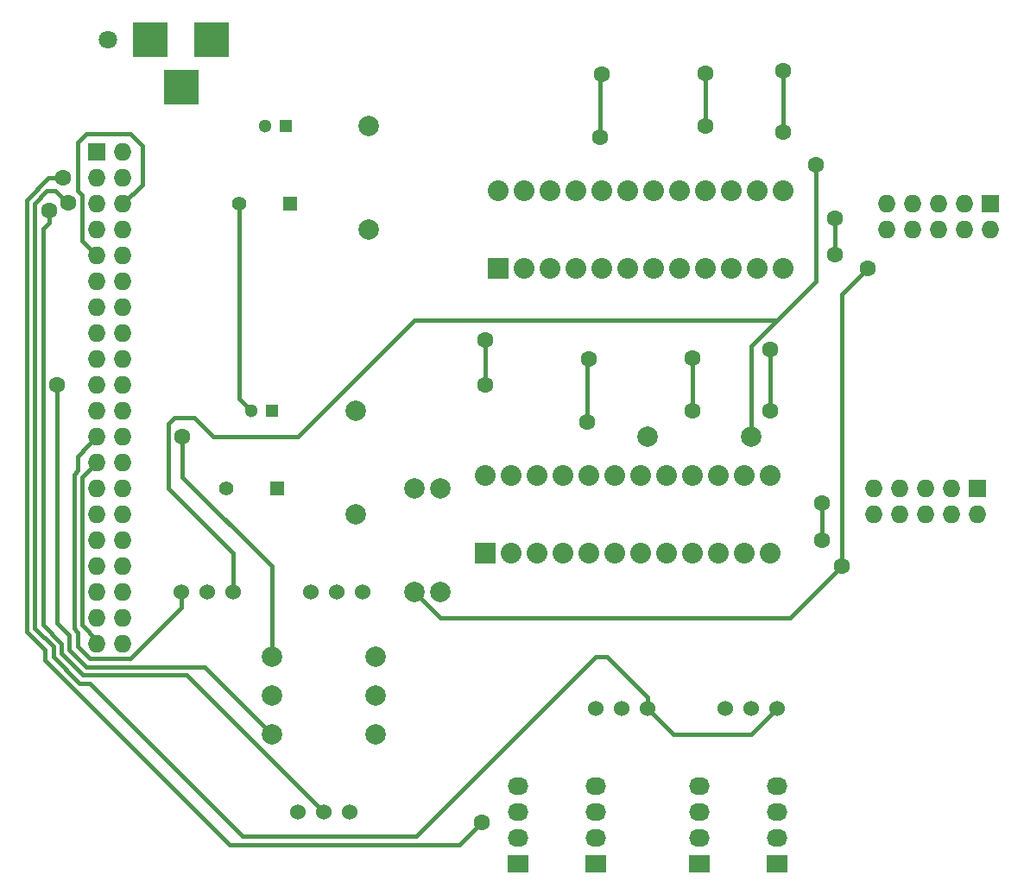
<source format=gbr>
G04 #@! TF.FileFunction,Copper,L1,Top,Signal*
%FSLAX46Y46*%
G04 Gerber Fmt 4.6, Leading zero omitted, Abs format (unit mm)*
G04 Created by KiCad (PCBNEW 4.0.2-stable) date 31/08/2016 08:47:27*
%MOMM*%
G01*
G04 APERTURE LIST*
%ADD10C,0.100000*%
%ADD11R,1.400000X1.400000*%
%ADD12C,1.400000*%
%ADD13R,1.300000X1.300000*%
%ADD14C,1.300000*%
%ADD15R,3.500120X3.500120*%
%ADD16C,1.800000*%
%ADD17R,2.032000X1.727200*%
%ADD18O,2.032000X1.727200*%
%ADD19R,1.727200X1.727200*%
%ADD20O,1.727200X1.727200*%
%ADD21C,1.524000*%
%ADD22C,1.998980*%
%ADD23R,2.032000X2.032000*%
%ADD24C,2.032000*%
%ADD25C,1.600000*%
%ADD26C,0.400000*%
G04 APERTURE END LIST*
D10*
D11*
X107235000Y-120650000D03*
D12*
X102235000Y-120650000D03*
D13*
X106680000Y-113030000D03*
D14*
X104680000Y-113030000D03*
D11*
X108505000Y-92710000D03*
D12*
X103505000Y-92710000D03*
D13*
X108045000Y-85090000D03*
D14*
X106045000Y-85090000D03*
D15*
X100790140Y-76581000D03*
X94790660Y-76581000D03*
X97790400Y-81280000D03*
D16*
X90590000Y-76581000D03*
D17*
X130810000Y-157480000D03*
D18*
X130810000Y-154940000D03*
X130810000Y-152400000D03*
X130810000Y-149860000D03*
D17*
X156210000Y-157480000D03*
D18*
X156210000Y-154940000D03*
X156210000Y-152400000D03*
X156210000Y-149860000D03*
D17*
X138430000Y-157480000D03*
D18*
X138430000Y-154940000D03*
X138430000Y-152400000D03*
X138430000Y-149860000D03*
D17*
X148590000Y-157480000D03*
D18*
X148590000Y-154940000D03*
X148590000Y-152400000D03*
X148590000Y-149860000D03*
D19*
X175895000Y-120650000D03*
D20*
X175895000Y-123190000D03*
X173355000Y-120650000D03*
X173355000Y-123190000D03*
X170815000Y-120650000D03*
X170815000Y-123190000D03*
X168275000Y-120650000D03*
X168275000Y-123190000D03*
X165735000Y-120650000D03*
X165735000Y-123190000D03*
D19*
X177165000Y-92710000D03*
D20*
X177165000Y-95250000D03*
X174625000Y-92710000D03*
X174625000Y-95250000D03*
X172085000Y-92710000D03*
X172085000Y-95250000D03*
X169545000Y-92710000D03*
X169545000Y-95250000D03*
X167005000Y-92710000D03*
X167005000Y-95250000D03*
D21*
X113030000Y-130810000D03*
X110490000Y-130810000D03*
X115570000Y-130810000D03*
X100330000Y-130810000D03*
X97790000Y-130810000D03*
X102870000Y-130810000D03*
X111760000Y-152400000D03*
X109220000Y-152400000D03*
X114300000Y-152400000D03*
X140970000Y-142240000D03*
X138430000Y-142240000D03*
X143510000Y-142240000D03*
X153670000Y-142240000D03*
X151130000Y-142240000D03*
X156210000Y-142240000D03*
D22*
X116840000Y-137160000D03*
X106680000Y-137160000D03*
X120650000Y-120650000D03*
X120650000Y-130810000D03*
X116840000Y-140970000D03*
X106680000Y-140970000D03*
X143510000Y-115570000D03*
X153670000Y-115570000D03*
X116840000Y-144780000D03*
X106680000Y-144780000D03*
X123190000Y-120650000D03*
X123190000Y-130810000D03*
X114935000Y-113030000D03*
X114935000Y-123190000D03*
X116205000Y-85090000D03*
X116205000Y-95250000D03*
D19*
X89535000Y-87630000D03*
D20*
X92075000Y-87630000D03*
X89535000Y-90170000D03*
X92075000Y-90170000D03*
X89535000Y-92710000D03*
X92075000Y-92710000D03*
X89535000Y-95250000D03*
X92075000Y-95250000D03*
X89535000Y-97790000D03*
X92075000Y-97790000D03*
X89535000Y-100330000D03*
X92075000Y-100330000D03*
X89535000Y-102870000D03*
X92075000Y-102870000D03*
X89535000Y-105410000D03*
X92075000Y-105410000D03*
X89535000Y-107950000D03*
X92075000Y-107950000D03*
X89535000Y-110490000D03*
X92075000Y-110490000D03*
X89535000Y-113030000D03*
X92075000Y-113030000D03*
X89535000Y-115570000D03*
X92075000Y-115570000D03*
X89535000Y-118110000D03*
X92075000Y-118110000D03*
X89535000Y-120650000D03*
X92075000Y-120650000D03*
X89535000Y-123190000D03*
X92075000Y-123190000D03*
X89535000Y-125730000D03*
X92075000Y-125730000D03*
X89535000Y-128270000D03*
X92075000Y-128270000D03*
X89535000Y-130810000D03*
X92075000Y-130810000D03*
X89535000Y-133350000D03*
X92075000Y-133350000D03*
X89535000Y-135890000D03*
X92075000Y-135890000D03*
D23*
X127635000Y-127000000D03*
D24*
X130175000Y-127000000D03*
X132715000Y-127000000D03*
X135255000Y-127000000D03*
X137795000Y-127000000D03*
X140335000Y-127000000D03*
X142875000Y-127000000D03*
X145415000Y-127000000D03*
X147955000Y-127000000D03*
X150495000Y-127000000D03*
X153035000Y-127000000D03*
X155575000Y-127000000D03*
X155575000Y-119380000D03*
X153035000Y-119380000D03*
X150495000Y-119380000D03*
X147955000Y-119380000D03*
X145415000Y-119380000D03*
X142875000Y-119380000D03*
X140335000Y-119380000D03*
X137795000Y-119380000D03*
X135255000Y-119380000D03*
X132715000Y-119380000D03*
X130175000Y-119380000D03*
X127635000Y-119380000D03*
D23*
X128905000Y-99060000D03*
D24*
X131445000Y-99060000D03*
X133985000Y-99060000D03*
X136525000Y-99060000D03*
X139065000Y-99060000D03*
X141605000Y-99060000D03*
X144145000Y-99060000D03*
X146685000Y-99060000D03*
X149225000Y-99060000D03*
X151765000Y-99060000D03*
X154305000Y-99060000D03*
X156845000Y-99060000D03*
X156845000Y-91440000D03*
X154305000Y-91440000D03*
X151765000Y-91440000D03*
X149225000Y-91440000D03*
X146685000Y-91440000D03*
X144145000Y-91440000D03*
X141605000Y-91440000D03*
X139065000Y-91440000D03*
X136525000Y-91440000D03*
X133985000Y-91440000D03*
X131445000Y-91440000D03*
X128905000Y-91440000D03*
D25*
X84813514Y-93393816D03*
X86229980Y-90170000D03*
X127281963Y-153388037D03*
X155575000Y-107029937D03*
X155575000Y-113030019D03*
X147955000Y-107829947D03*
X147955000Y-113030000D03*
X137585029Y-114090033D03*
X137795000Y-107950000D03*
X160655000Y-122050020D03*
X160655000Y-125730000D03*
X156845000Y-79670031D03*
X156845000Y-85670093D03*
X149225000Y-85090000D03*
X149225000Y-79889947D03*
X139065000Y-80010000D03*
X138855029Y-86150033D03*
X161925000Y-97659980D03*
X161925000Y-94110020D03*
X97920020Y-115570000D03*
X162560000Y-128270000D03*
X165100000Y-99060000D03*
X160020000Y-88900000D03*
X85613542Y-110490000D03*
X86671379Y-92653287D03*
X127635000Y-106045000D03*
X127635000Y-110490000D03*
D26*
X89535000Y-97790000D02*
X88071399Y-96326399D01*
X88071399Y-96326399D02*
X88071399Y-91857875D01*
X93980000Y-90805000D02*
X92075000Y-92710000D01*
X88071399Y-91857875D02*
X87630000Y-91416476D01*
X87630000Y-91416476D02*
X87630000Y-86727798D01*
X87630000Y-86727798D02*
X88505798Y-85852000D01*
X88505798Y-85852000D02*
X92773500Y-85852000D01*
X92773500Y-85852000D02*
X93980000Y-87058500D01*
X93980000Y-87058500D02*
X93980000Y-90805000D01*
X89535000Y-135890000D02*
X89535000Y-135516130D01*
X89535000Y-135516130D02*
X88071399Y-134052529D01*
X88071399Y-134052529D02*
X88071399Y-131956101D01*
X88671401Y-118973599D02*
X89535000Y-118110000D01*
X88071399Y-131956101D02*
X88074500Y-131953000D01*
X88074500Y-131953000D02*
X88074500Y-131515630D01*
X88074500Y-131515630D02*
X88071399Y-131512529D01*
X88071399Y-131512529D02*
X88071399Y-119573601D01*
X88071399Y-119573601D02*
X88671401Y-118973599D01*
X103505000Y-92710000D02*
X103505000Y-111855000D01*
X103505000Y-111855000D02*
X104680000Y-113030000D01*
X84813514Y-94525186D02*
X84813514Y-93393816D01*
X84213522Y-95125178D02*
X84813514Y-94525186D01*
X88169719Y-138953621D02*
X86029978Y-136813880D01*
X98313623Y-138953623D02*
X88169719Y-138953621D01*
X84213522Y-134020750D02*
X84213522Y-95125178D01*
X111760000Y-152400000D02*
X98313623Y-138953623D01*
X86029978Y-136813880D02*
X86029978Y-135837206D01*
X86029978Y-135837206D02*
X84213522Y-134020750D01*
X127281963Y-153388037D02*
X125095000Y-155575000D01*
X125095000Y-155575000D02*
X102528326Y-155575000D01*
X102528326Y-155575000D02*
X84429956Y-137476630D01*
X84429956Y-137476630D02*
X84429956Y-136499956D01*
X84429956Y-136499956D02*
X82613500Y-134683500D01*
X82613500Y-134683500D02*
X82613500Y-92329000D01*
X82613500Y-92329000D02*
X84772500Y-90170000D01*
X84772500Y-90170000D02*
X85098610Y-90170000D01*
X85098610Y-90170000D02*
X86229980Y-90170000D01*
X155575000Y-113030019D02*
X155575000Y-107029937D01*
X147955000Y-107829947D02*
X147955000Y-113030000D01*
X137585029Y-114090033D02*
X137585029Y-108159971D01*
X137585029Y-108159971D02*
X137795000Y-107950000D01*
X160655000Y-125730000D02*
X160655000Y-122050020D01*
X156845000Y-79670031D02*
X156845000Y-85670093D01*
X149225000Y-79889947D02*
X149225000Y-85090000D01*
X138855029Y-80219971D02*
X139065000Y-80010000D01*
X138855029Y-86150033D02*
X138855029Y-80219971D01*
X161925000Y-94110020D02*
X161925000Y-97659980D01*
X97920020Y-119510020D02*
X97920020Y-115570000D01*
X106680000Y-128270000D02*
X97920020Y-119510020D01*
X106680000Y-137160000D02*
X106680000Y-128270000D01*
X157480000Y-133350000D02*
X123190000Y-133350000D01*
X123190000Y-133350000D02*
X120650000Y-130810000D01*
X162560000Y-128270000D02*
X157480000Y-133350000D01*
X165100000Y-99060000D02*
X162560000Y-101600000D01*
X162560000Y-101600000D02*
X162560000Y-128270000D01*
X92777529Y-137353601D02*
X88832471Y-137353601D01*
X88671401Y-116433599D02*
X89535000Y-115570000D01*
X87630000Y-134742516D02*
X87271388Y-134383904D01*
X87271389Y-119242225D02*
X87630000Y-118883614D01*
X97790000Y-130810000D02*
X97790000Y-132341130D01*
X97790000Y-132341130D02*
X92777529Y-137353601D01*
X88832471Y-137353601D02*
X87630000Y-136151130D01*
X87630000Y-136151130D02*
X87630000Y-134742516D01*
X87271388Y-134383904D02*
X87271389Y-119242225D01*
X87630000Y-118883614D02*
X87630000Y-117475000D01*
X87630000Y-117475000D02*
X88671401Y-116433599D01*
X128270000Y-104140000D02*
X156210000Y-104140000D01*
X109220000Y-115570000D02*
X120650000Y-104140000D01*
X120650000Y-104140000D02*
X128270000Y-104140000D01*
X100965000Y-115570000D02*
X109220000Y-115570000D01*
X99060000Y-113665000D02*
X100965000Y-115570000D01*
X96520000Y-114300000D02*
X97155000Y-113665000D01*
X97155000Y-113665000D02*
X99060000Y-113665000D01*
X153670000Y-106680000D02*
X156210000Y-104140000D01*
X156210000Y-104140000D02*
X160020000Y-100330000D01*
X96520000Y-120650000D02*
X96520000Y-114300000D01*
X102870000Y-127000000D02*
X96520000Y-120650000D01*
X102870000Y-130810000D02*
X102870000Y-127000000D01*
X160020000Y-100330000D02*
X160020000Y-88900000D01*
X153670000Y-115570000D02*
X153670000Y-106680000D01*
X88501095Y-138153611D02*
X86829989Y-136482505D01*
X85613542Y-111621370D02*
X85613542Y-110490000D01*
X86829989Y-135073891D02*
X85613542Y-133857444D01*
X106680000Y-144780000D02*
X100053612Y-138153612D01*
X85613542Y-133857444D02*
X85613542Y-111621370D01*
X100053612Y-138153612D02*
X88501095Y-138153611D01*
X86829989Y-136482505D02*
X86829989Y-135073891D01*
X85458092Y-91440000D02*
X85871380Y-91853288D01*
X139507630Y-137160000D02*
X138430000Y-137160000D01*
X87838343Y-139753631D02*
X85229967Y-137145255D01*
X84633886Y-91440000D02*
X85458092Y-91440000D01*
X88815019Y-139753633D02*
X87838343Y-139753631D01*
X83413511Y-134352125D02*
X83413511Y-92660375D01*
X85229966Y-136168580D02*
X83413511Y-134352125D01*
X103836374Y-154774988D02*
X88815019Y-139753633D01*
X85229967Y-137145255D02*
X85229966Y-136168580D01*
X120815011Y-154774989D02*
X103836374Y-154774988D01*
X85871380Y-91853288D02*
X86671379Y-92653287D01*
X143510000Y-141162370D02*
X139507630Y-137160000D01*
X83413511Y-92660375D02*
X84633886Y-91440000D01*
X143510000Y-142240000D02*
X143510000Y-141162370D01*
X138430000Y-137160000D02*
X120815011Y-154774989D01*
X153670000Y-144780000D02*
X146050000Y-144780000D01*
X146050000Y-144780000D02*
X143510000Y-142240000D01*
X156210000Y-142240000D02*
X153670000Y-144780000D01*
X127635000Y-110490000D02*
X127635000Y-106045000D01*
M02*

</source>
